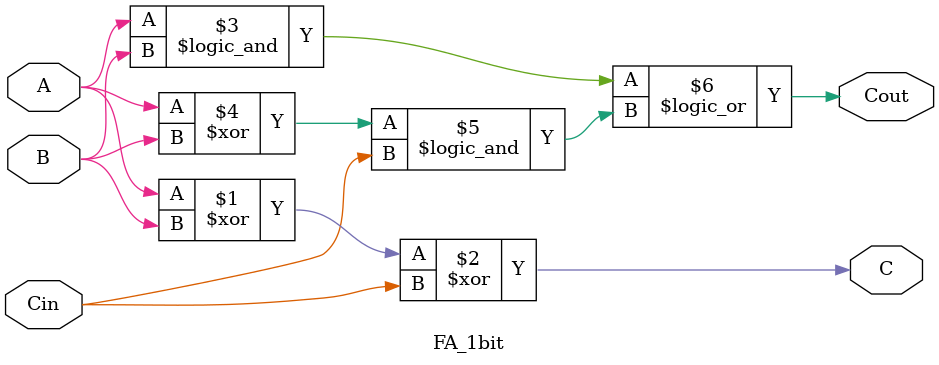
<source format=v>
module FA_1bit (
    input   wire A,
    input   wire B,
    input   wire Cin,
    output  wire C,
    output  wire Cout
);

assign C    = (A^B)^Cin;
assign Cout = (A&&B) || ((A^B) && Cin);

endmodule

</source>
